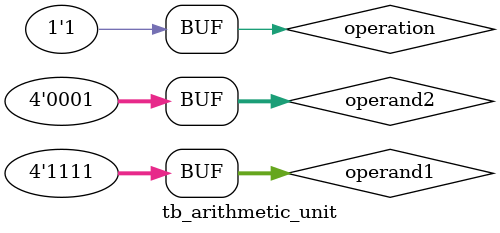
<source format=sv>
module tb_arithmetic_unit;

    // Inputs
    reg [3:0] operand1;
    reg [3:0] operand2;
    reg operation; // 1 for addition, 0 for subtraction

    // Outputs
    wire [3:0] result;

    // Instantiate the arithmetic unit
    arithmetic_unit uut (
        .operand1(operand1),
        .operand2(operand2),
        .operation(operation),
        .result(result)
    );

    initial begin
        // Initialize inputs
        operand1 = 4'b0000;
        operand2 = 4'b0000;
        operation = 0;

        // Test Addition
        #10 operand1 = 4'b0110;  // Operand 1 = 6
        operand2 = 4'b0011;  // Operand 2 = 3
        operation = 1;  // Perform addition (6 + 3 = 9)
        #10;

        // Test Subtraction
        operand1 = 4'b1001;  // Operand 1 = 9
        operand2 = 4'b0100;  // Operand 2 = 4
        operation = 0;  // Perform subtraction (9 - 4 = 5)
        #10;

        // Test Overflow in Addition
        operand1 = 4'b1111;  // Operand 1 = 15
        operand2 = 4'b0001;  // Operand 2 = 1
        operation = 1;  // Perform addition (15 + 1 = 16, overflow to 0)
        #10;
    end

endmodule

</source>
